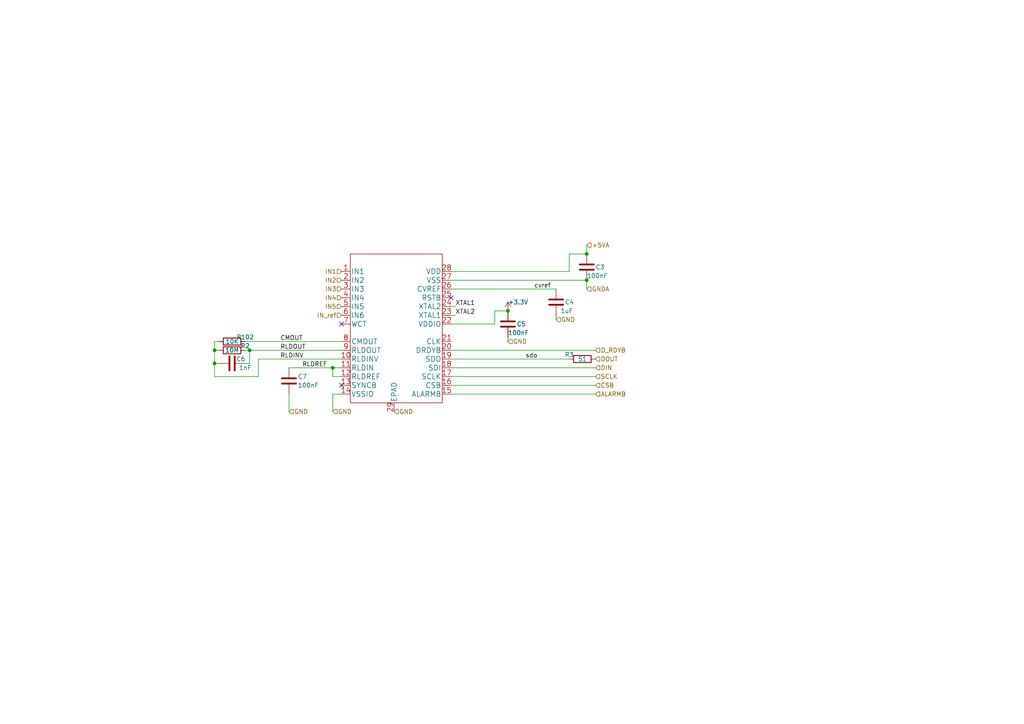
<source format=kicad_sch>
(kicad_sch (version 20230121) (generator eeschema)
  (paper "A4")
  (lib_symbols
    (symbol "Device:C" (pin_numbers hide) (pin_names (offset 0.254))
      (property "Reference" "C" (at 0.635 2.54 0))
      (property "Value" "C" (at 0.635 -2.54 0))
      (symbol "C_0_1"
        (polyline (pts (xy -2.032 -0.762) (xy 2.032 -0.762)) (stroke (width 0.508)))
        (polyline (pts (xy -2.032 0.762) (xy 2.032 0.762)) (stroke (width 0.508)))
      )
      (symbol "C_1_1"
        (pin passive line (at 0 3.81 270) (length 2.794) (name "~") (number "1"))
        (pin passive line (at 0 -3.81 90) (length 2.794) (name "~") (number "2"))
      )
    )
    (symbol "Device:R" (pin_numbers hide) (pin_names (offset 0))
      (property "Reference" "R" (at 2.032 0 90))
      (property "Value" "R" (at 0 0 90))
      (symbol "R_0_1"
        (rectangle (start -1.016 -2.54) (end 1.016 2.54) (stroke (width 0.254)))
      )
      (symbol "R_1_1"
        (pin passive line (at 0 3.81 270) (length 1.27) (name "~") (number "1"))
        (pin passive line (at 0 -3.81 90) (length 1.27) (name "~") (number "2"))
      )
    )
    (symbol "ads1293:ADS1293CISQE-NOPB" (pin_names (offset 0.254))
      (property "Reference" "U" (at 5.08 1.27 0))
      (property "Value" "ADS1293CISQE-NOPB" (at 16.51 -1.27 0))
      (symbol "ADS1293CISQE-NOPB_0_1"
        (rectangle (start 2.54 0) (end 29.21 -43.18))
      )
      (symbol "ADS1293CISQE-NOPB_1_1"
        (pin input line (at 0 -5.08 0) (length 2.54) (name "IN1") (number "1"))
        (pin input line (at 0 -30.48 0) (length 2.54) (name "RLDINV") (number "10"))
        (pin bidirectional line (at 0 -33.02 0) (length 2.54) (name "RLDIN") (number "11"))
        (pin output line (at 0 -35.56 0) (length 2.54) (name "RLDREF") (number "12"))
        (pin bidirectional line (at 0 -38.1 0) (length 2.54) (name "SYNCB") (number "13"))
        (pin power_in line (at 0 -40.64 0) (length 2.54) (name "VSSIO") (number "14"))
        (pin output line (at 31.75 -40.64 180) (length 2.54) (name "ALARMB") (number "15"))
        (pin input line (at 31.75 -38.1 180) (length 2.54) (name "CSB") (number "16"))
        (pin input line (at 31.75 -35.56 180) (length 2.54) (name "SCLK") (number "17"))
        (pin input line (at 31.75 -33.02 180) (length 2.54) (name "SDI") (number "18"))
        (pin output line (at 31.75 -30.48 180) (length 2.54) (name "SDO") (number "19"))
        (pin input line (at 0 -7.62 0) (length 2.54) (name "IN2") (number "2"))
        (pin output line (at 31.75 -27.94 180) (length 2.54) (name "DRDYB") (number "20"))
        (pin bidirectional line (at 31.75 -25.4 180) (length 2.54) (name "CLK") (number "21"))
        (pin power_in line (at 31.75 -20.32 180) (length 2.54) (name "VDDIO") (number "22"))
        (pin input line (at 31.75 -17.78 180) (length 2.54) (name "XTAL1") (number "23"))
        (pin input line (at 31.75 -15.24 180) (length 2.54) (name "XTAL2") (number "24"))
        (pin input line (at 31.75 -12.7 180) (length 2.54) (name "RSTB") (number "25"))
        (pin bidirectional line (at 31.75 -10.16 180) (length 2.54) (name "CVREF") (number "26"))
        (pin power_in line (at 31.75 -7.62 180) (length 2.54) (name "VSS") (number "27"))
        (pin power_in line (at 31.75 -5.08 180) (length 2.54) (name "VDD") (number "28"))
        (pin unspecified line (at 15.24 -45.72 90) (length 2.54) (name "EPAD") (number "29"))
        (pin input line (at 0 -10.16 0) (length 2.54) (name "IN3") (number "3"))
        (pin input line (at 0 -12.7 0) (length 2.54) (name "IN4") (number "4"))
        (pin input line (at 0 -15.24 0) (length 2.54) (name "IN5") (number "5"))
        (pin input line (at 0 -17.78 0) (length 2.54) (name "IN6") (number "6"))
        (pin output line (at 0 -20.32 0) (length 2.54) (name "WCT") (number "7"))
        (pin output line (at 0 -25.4 0) (length 2.54) (name "CMOUT") (number "8"))
        (pin output line (at 0 -27.94 0) (length 2.54) (name "RLDOUT") (number "9"))
      )
    )
    (symbol "power:+3.3V" (power) (pin_names (offset 0))
      (property "Value" "+3.3V" (at 0 3.556 0))
      (symbol "+3.3V_0_1"
        (polyline (pts (xy -0.762 1.27) (xy 0 2.54)))
        (polyline (pts (xy 0 0) (xy 0 2.54)))
        (polyline (pts (xy 0 2.54) (xy 0.762 1.27)))
      )
      (symbol "+3.3V_1_1"
        (pin power_in line (at 0 0 90) (length 0) hide (name "+3.3V") (number "1"))
      )
    )
  )
  (junction (at 170.18 73.66))
  (junction (at 62.23 101.6))
  (junction (at 170.18 81.28))
  (junction (at 72.39 101.6))
  (junction (at 147.32 90.17))
  (junction (at 62.23 105.41))
  (junction (at 96.52 106.68))
  (no_connect (at 99.06 93.98))
  (no_connect (at 130.81 86.36))
  (no_connect (at 99.06 111.76))
  (wire (pts (xy 96.52 109.22) (xy 96.52 106.68)))
  (wire (pts (xy 99.06 109.22) (xy 96.52 109.22)))
  (wire (pts (xy 143.51 93.98) (xy 143.51 90.17)))
  (wire (pts (xy 63.5 99.06) (xy 62.23 99.06)))
  (wire (pts (xy 96.52 106.68) (xy 99.06 106.68)))
  (wire (pts (xy 130.81 83.82) (xy 161.29 83.82)))
  (wire (pts (xy 170.18 73.66) (xy 165.1 73.66)))
  (wire (pts (xy 130.81 109.22) (xy 172.72 109.22)))
  (wire (pts (xy 143.51 90.17) (xy 147.32 90.17)))
  (wire (pts (xy 72.39 101.6) (xy 99.06 101.6)))
  (wire (pts (xy 62.23 101.6) (xy 62.23 105.41)))
  (wire (pts (xy 74.93 104.14) (xy 99.06 104.14)))
  (wire (pts (xy 170.18 81.28) (xy 170.18 83.82)))
  (wire (pts (xy 71.12 101.6) (xy 72.39 101.6)))
  (wire (pts (xy 165.1 78.74) (xy 165.1 73.66)))
  (wire (pts (xy 130.81 111.76) (xy 172.72 111.76)))
  (wire (pts (xy 71.12 105.41) (xy 72.39 105.41)))
  (wire (pts (xy 130.81 106.68) (xy 172.72 106.68)))
  (wire (pts (xy 62.23 105.41) (xy 63.5 105.41)))
  (wire (pts (xy 62.23 109.22) (xy 62.23 105.41)))
  (wire (pts (xy 74.93 109.22) (xy 62.23 109.22)))
  (wire (pts (xy 96.52 114.3) (xy 96.52 119.38)))
  (wire (pts (xy 83.82 114.3) (xy 83.82 119.38)))
  (wire (pts (xy 170.18 73.66) (xy 170.18 71.12)))
  (wire (pts (xy 72.39 101.6) (xy 72.39 105.41)))
  (wire (pts (xy 62.23 99.06) (xy 62.23 101.6)))
  (wire (pts (xy 74.93 104.14) (xy 74.93 109.22)))
  (wire (pts (xy 83.82 106.68) (xy 96.52 106.68)))
  (wire (pts (xy 130.81 104.14) (xy 165.1 104.14)))
  (wire (pts (xy 130.81 93.98) (xy 143.51 93.98)))
  (wire (pts (xy 130.81 91.44) (xy 132.08 91.44)))
  (wire (pts (xy 63.5 101.6) (xy 62.23 101.6)))
  (wire (pts (xy 130.81 78.74) (xy 165.1 78.74)))
  (wire (pts (xy 147.32 97.79) (xy 147.32 99.06)))
  (wire (pts (xy 99.06 114.3) (xy 96.52 114.3)))
  (wire (pts (xy 130.81 114.3) (xy 172.72 114.3)))
  (wire (pts (xy 130.81 81.28) (xy 170.18 81.28)))
  (wire (pts (xy 71.12 99.06) (xy 99.06 99.06)))
  (wire (pts (xy 130.81 88.9) (xy 132.08 88.9)))
  (wire (pts (xy 161.29 91.44) (xy 161.29 92.71)))
  (wire (pts (xy 130.81 101.6) (xy 172.72 101.6)))
  (label "cvref" (at 154.94 83.82 0))
  (label "RLDINV" (at 81.28 104.14 0))
  (label "sdo" (at 152.4 104.14 0))
  (label "RLDREF" (at 87.63 106.68 0))
  (label "CMOUT" (at 81.28 99.06 0))
  (label "RLDOUT" (at 81.28 101.6 0))
  (label "XTAL2" (at 132.08 91.44 0))
  (label "XTAL1" (at 132.08 88.9 0))
  (hierarchical_label "GND" (shape input) (at 96.52 119.38 0))
  (hierarchical_label "IN5" (shape input) (at 99.06 88.9 180))
  (hierarchical_label "CSB" (shape input) (at 172.72 111.76 0))
  (hierarchical_label "+5VA" (shape input) (at 170.18 71.12 0))
  (hierarchical_label "IN_ref" (shape input) (at 99.06 91.44 180))
  (hierarchical_label "IN2" (shape input) (at 99.06 81.28 180))
  (hierarchical_label "SCLK" (shape input) (at 172.72 109.22 0))
  (hierarchical_label "GND" (shape input) (at 147.32 99.06 0))
  (hierarchical_label "DIN" (shape input) (at 172.72 106.68 0))
  (hierarchical_label "IN1" (shape input) (at 99.06 78.74 180))
  (hierarchical_label "IN3" (shape input) (at 99.06 83.82 180))
  (hierarchical_label "GND" (shape input) (at 114.3 119.38 0))
  (hierarchical_label "D_RDYB" (shape input) (at 172.72 101.6 0))
  (hierarchical_label "GND" (shape input) (at 83.82 119.38 0))
  (hierarchical_label "ALARMB" (shape input) (at 172.72 114.3 0))
  (hierarchical_label "IN4" (shape input) (at 99.06 86.36 180))
  (hierarchical_label "GNDA" (shape input) (at 170.18 83.82 0))
  (hierarchical_label "GND" (shape input) (at 161.29 92.71 0))
  (hierarchical_label "DOUT" (shape input) (at 172.72 104.14 0))
  (symbol (lib_id "Device:C") (at 67.31 105.41 90) (unit 1)
    (property "Reference" "C6" (at 69.85 104.14 90))
    (property "Value" "1nF" (at 71.12 106.68 90))
    (property "Footprint" "Capacitor_SMD:C_0201_0603Metric_Pad0.64x0.40mm_HandSolder" (effects hide))
  )
  (symbol (lib_id "Device:R") (at 67.31 101.6 90) (unit 1)
    (property "Reference" "R2" (at 71.12 100.33 90))
    (property "Value" "10M" (at 67.31 101.6 90))
    (property "Footprint" "Resistor_SMD:R_0201_0603Metric_Pad0.64x0.40mm_HandSolder" (effects hide))
  )
  (symbol (lib_id "Device:C") (at 161.29 87.63 0) (unit 1)
    (property "Reference" "C4" (at 163.83 87.63 0) (effects (justify left)))
    (property "Value" "1uF" (at 162.56 90.17 0) (effects (justify left)))
    (property "Footprint" "Capacitor_SMD:C_0201_0603Metric_Pad0.64x0.40mm_HandSolder" (effects hide))
  )
  (symbol (lib_id "Device:R") (at 168.91 104.14 90) (unit 1)
    (property "Reference" "R3" (at 165.1 102.87 90))
    (property "Value" "51" (at 168.91 104.14 90))
    (property "Footprint" "Resistor_SMD:R_0201_0603Metric_Pad0.64x0.40mm_HandSolder" (effects hide))
  )
  (symbol (lib_id "Device:R") (at 67.31 99.06 90) (unit 1)
    (property "Reference" "R102" (at 71.12 97.79 90))
    (property "Value" "10K" (at 67.31 99.06 90))
    (property "Footprint" "Resistor_SMD:R_0201_0603Metric_Pad0.64x0.40mm_HandSolder" (effects hide))
  )
  (symbol (lib_id "power:+3.3V") (at 147.32 90.17 0) (unit 1)
    (property "Reference" "#PWR06" (effects hide))
    (property "Value" "+3.3V" (at 147.32 87.63 0) (effects (justify left)))
  )
  (symbol (lib_id "Device:C") (at 83.82 110.49 0) (unit 1)
    (property "Reference" "C7" (at 86.36 109.22 0) (effects (justify left)))
    (property "Value" "100nF" (at 86.36 111.76 0) (effects (justify left)))
    (property "Footprint" "Capacitor_SMD:C_0201_0603Metric_Pad0.64x0.40mm_HandSolder" (effects hide))
  )
  (symbol (lib_id "Device:C") (at 170.18 77.47 0) (unit 1)
    (property "Reference" "C3" (at 172.72 77.47 0) (effects (justify left)))
    (property "Value" "100nF" (at 170.18 80.01 0) (effects (justify left)))
    (property "Footprint" "Capacitor_SMD:C_0201_0603Metric_Pad0.64x0.40mm_HandSolder" (effects hide))
  )
  (symbol (lib_id "ads1293:ADS1293CISQE-NOPB") (at 99.06 73.66 0) (unit 1)
    (property "Reference" "U1" (effects hide))
    (property "Value" "ADS1293CISQE-NOPB" (effects hide))
    (property "Footprint" "00_custom-footprints:ADS1293CISQE" (effects hide))
  )
  (symbol (lib_id "Device:C") (at 147.32 93.98 0) (unit 1)
    (property "Reference" "C5" (at 149.86 93.98 0) (effects (justify left)))
    (property "Value" "100nF" (at 147.32 96.52 0) (effects (justify left)))
    (property "Footprint" "Capacitor_SMD:C_0201_0603Metric_Pad0.64x0.40mm_HandSolder" (effects hide))
  )
)
</source>
